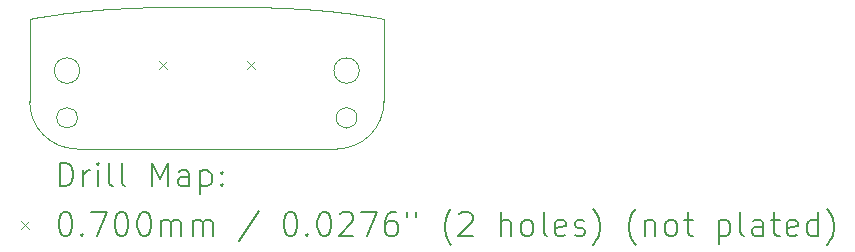
<source format=gbr>
%TF.GenerationSoftware,KiCad,Pcbnew,7.0.6*%
%TF.CreationDate,2023-11-30T13:43:51-08:00*%
%TF.ProjectId,UGC_USBC,5547435f-5553-4424-932e-6b696361645f,rev?*%
%TF.SameCoordinates,Original*%
%TF.FileFunction,Drillmap*%
%TF.FilePolarity,Positive*%
%FSLAX45Y45*%
G04 Gerber Fmt 4.5, Leading zero omitted, Abs format (unit mm)*
G04 Created by KiCad (PCBNEW 7.0.6) date 2023-11-30 13:43:51*
%MOMM*%
%LPD*%
G01*
G04 APERTURE LIST*
%ADD10C,0.100000*%
%ADD11C,0.200000*%
%ADD12C,0.070000*%
G04 APERTURE END LIST*
D10*
X23262791Y-14722825D02*
X23251231Y-14722606D01*
X23239664Y-14722396D01*
X23228091Y-14722196D01*
X23216512Y-14722005D01*
X23204927Y-14721823D01*
X23193338Y-14721650D01*
X23181743Y-14721485D01*
X23170144Y-14721330D01*
X23158542Y-14721182D01*
X23146936Y-14721043D01*
X23135327Y-14720912D01*
X23123715Y-14720789D01*
X23112102Y-14720674D01*
X23100486Y-14720566D01*
X23088870Y-14720465D01*
X23077252Y-14720372D01*
X23065635Y-14720285D01*
X23054017Y-14720206D01*
X23042400Y-14720133D01*
X23030784Y-14720067D01*
X23019169Y-14720006D01*
X23007556Y-14719953D01*
X22995945Y-14719905D01*
X22984337Y-14719862D01*
X22972732Y-14719826D01*
X22961131Y-14719795D01*
X22949533Y-14719769D01*
X22937940Y-14719748D01*
X22926352Y-14719732D01*
X22914768Y-14719721D01*
X22903191Y-14719715D01*
X22891620Y-14719712D01*
X23641462Y-14736654D02*
X23629674Y-14735993D01*
X23617882Y-14735349D01*
X23606085Y-14734721D01*
X23594286Y-14734110D01*
X23582482Y-14733515D01*
X23570675Y-14732936D01*
X23558864Y-14732373D01*
X23547049Y-14731825D01*
X23535232Y-14731293D01*
X23523411Y-14730776D01*
X23511587Y-14730274D01*
X23499761Y-14729787D01*
X23487931Y-14729314D01*
X23476099Y-14728856D01*
X23464264Y-14728412D01*
X23452427Y-14727982D01*
X23440587Y-14727565D01*
X23428745Y-14727162D01*
X23416902Y-14726773D01*
X23405056Y-14726396D01*
X23393208Y-14726033D01*
X23381358Y-14725682D01*
X23369507Y-14725343D01*
X23357654Y-14725017D01*
X23345800Y-14724703D01*
X23333944Y-14724401D01*
X23322088Y-14724110D01*
X23310230Y-14723831D01*
X23298371Y-14723563D01*
X23286512Y-14723307D01*
X23274652Y-14723061D01*
X23262791Y-14722825D01*
X24164109Y-14786773D02*
X24147776Y-14784477D01*
X24131486Y-14782237D01*
X24115235Y-14780054D01*
X24099019Y-14777924D01*
X24082834Y-14775849D01*
X24066675Y-14773826D01*
X24050538Y-14771855D01*
X24034418Y-14769935D01*
X24018311Y-14768065D01*
X24002214Y-14766244D01*
X23986120Y-14764470D01*
X23970027Y-14762744D01*
X23953929Y-14761064D01*
X23937823Y-14759429D01*
X23921703Y-14757839D01*
X23905567Y-14756292D01*
X23889408Y-14754787D01*
X23873224Y-14753323D01*
X23857009Y-14751900D01*
X23840759Y-14750517D01*
X23824470Y-14749172D01*
X23808138Y-14747865D01*
X23791758Y-14746594D01*
X23775325Y-14745359D01*
X23758836Y-14744159D01*
X23742286Y-14742993D01*
X23725670Y-14741860D01*
X23708985Y-14740759D01*
X23692226Y-14739688D01*
X23675389Y-14738648D01*
X23658469Y-14737637D01*
X23641462Y-14736654D01*
X24391620Y-14823854D02*
X24377402Y-14821264D01*
X24363194Y-14818711D01*
X24348994Y-14816194D01*
X24334800Y-14813715D01*
X24320609Y-14811272D01*
X24306419Y-14808866D01*
X24292228Y-14806496D01*
X24278034Y-14804162D01*
X24263834Y-14801864D01*
X24249627Y-14799602D01*
X24235411Y-14797376D01*
X24221183Y-14795185D01*
X24206941Y-14793029D01*
X24192683Y-14790909D01*
X24178406Y-14788823D01*
X24164109Y-14786773D01*
X24391620Y-15523854D02*
X24391620Y-14823854D01*
X23991620Y-15923854D02*
G75*
G03*
X24391620Y-15523854I0J400000D01*
G01*
X21791620Y-15923854D02*
X23991620Y-15923854D01*
X21391620Y-15523854D02*
G75*
G03*
X21791620Y-15923854I400000J0D01*
G01*
X21391620Y-14823854D02*
X21391620Y-15523854D01*
X22520449Y-14722825D02*
X22532009Y-14722606D01*
X22543575Y-14722396D01*
X22555149Y-14722196D01*
X22566728Y-14722005D01*
X22578312Y-14721823D01*
X22589902Y-14721650D01*
X22601497Y-14721485D01*
X22613096Y-14721330D01*
X22624698Y-14721182D01*
X22636304Y-14721043D01*
X22647913Y-14720912D01*
X22659525Y-14720789D01*
X22671138Y-14720674D01*
X22682754Y-14720566D01*
X22694370Y-14720465D01*
X22705987Y-14720372D01*
X22717605Y-14720285D01*
X22729223Y-14720206D01*
X22740840Y-14720133D01*
X22752456Y-14720067D01*
X22764071Y-14720006D01*
X22775684Y-14719953D01*
X22787295Y-14719905D01*
X22798903Y-14719862D01*
X22810508Y-14719826D01*
X22822109Y-14719795D01*
X22833707Y-14719769D01*
X22845300Y-14719748D01*
X22856888Y-14719732D01*
X22868471Y-14719721D01*
X22880049Y-14719715D01*
X22891620Y-14719712D01*
X22141778Y-14736654D02*
X22153566Y-14735993D01*
X22165358Y-14735349D01*
X22177154Y-14734721D01*
X22188954Y-14734110D01*
X22200758Y-14733515D01*
X22212565Y-14732936D01*
X22224376Y-14732373D01*
X22236190Y-14731825D01*
X22248008Y-14731293D01*
X22259829Y-14730776D01*
X22271652Y-14730274D01*
X22283479Y-14729787D01*
X22295309Y-14729314D01*
X22307141Y-14728856D01*
X22318976Y-14728412D01*
X22330813Y-14727982D01*
X22342653Y-14727565D01*
X22354494Y-14727162D01*
X22366338Y-14726773D01*
X22378184Y-14726396D01*
X22390032Y-14726033D01*
X22401882Y-14725682D01*
X22413733Y-14725343D01*
X22425586Y-14725017D01*
X22437440Y-14724703D01*
X22449295Y-14724401D01*
X22461152Y-14724110D01*
X22473010Y-14723831D01*
X22484868Y-14723563D01*
X22496728Y-14723307D01*
X22508588Y-14723061D01*
X22520449Y-14722825D01*
X21619131Y-14786773D02*
X21635464Y-14784477D01*
X21651754Y-14782237D01*
X21668005Y-14780054D01*
X21684221Y-14777924D01*
X21700406Y-14775849D01*
X21716565Y-14773826D01*
X21732702Y-14771855D01*
X21748822Y-14769935D01*
X21764929Y-14768065D01*
X21781026Y-14766244D01*
X21797120Y-14764470D01*
X21813213Y-14762744D01*
X21829311Y-14761064D01*
X21845417Y-14759429D01*
X21861536Y-14757839D01*
X21877673Y-14756292D01*
X21893832Y-14754787D01*
X21910016Y-14753323D01*
X21926231Y-14751900D01*
X21942481Y-14750517D01*
X21958770Y-14749172D01*
X21975102Y-14747865D01*
X21991482Y-14746594D01*
X22007915Y-14745359D01*
X22024404Y-14744159D01*
X22040954Y-14742993D01*
X22057569Y-14741860D01*
X22074254Y-14740759D01*
X22091014Y-14739688D01*
X22107851Y-14738648D01*
X22124771Y-14737637D01*
X22141778Y-14736654D01*
X21391620Y-14823854D02*
X21405838Y-14821264D01*
X21420045Y-14818711D01*
X21434246Y-14816194D01*
X21448440Y-14813715D01*
X21462631Y-14811272D01*
X21476821Y-14808866D01*
X21491012Y-14806496D01*
X21505206Y-14804162D01*
X21519406Y-14801864D01*
X21533612Y-14799602D01*
X21547829Y-14797376D01*
X21562057Y-14795185D01*
X21576299Y-14793029D01*
X21590557Y-14790909D01*
X21604834Y-14788823D01*
X21619131Y-14786773D01*
X21815834Y-15261240D02*
G75*
G03*
X21815834Y-15261240I-107500J0D01*
G01*
X21795834Y-15661240D02*
G75*
G03*
X21795834Y-15661240I-87500J0D01*
G01*
X24182406Y-15261240D02*
G75*
G03*
X24182406Y-15261240I-107500J0D01*
G01*
X24162406Y-15661240D02*
G75*
G03*
X24162406Y-15661240I-87500J0D01*
G01*
D11*
D12*
X22484118Y-15176240D02*
X22554118Y-15246240D01*
X22554118Y-15176240D02*
X22484118Y-15246240D01*
X23229118Y-15176240D02*
X23299118Y-15246240D01*
X23299118Y-15176240D02*
X23229118Y-15246240D01*
D11*
X21647397Y-16240338D02*
X21647397Y-16040338D01*
X21647397Y-16040338D02*
X21695016Y-16040338D01*
X21695016Y-16040338D02*
X21723587Y-16049862D01*
X21723587Y-16049862D02*
X21742635Y-16068909D01*
X21742635Y-16068909D02*
X21752159Y-16087957D01*
X21752159Y-16087957D02*
X21761683Y-16126052D01*
X21761683Y-16126052D02*
X21761683Y-16154623D01*
X21761683Y-16154623D02*
X21752159Y-16192719D01*
X21752159Y-16192719D02*
X21742635Y-16211766D01*
X21742635Y-16211766D02*
X21723587Y-16230814D01*
X21723587Y-16230814D02*
X21695016Y-16240338D01*
X21695016Y-16240338D02*
X21647397Y-16240338D01*
X21847397Y-16240338D02*
X21847397Y-16107004D01*
X21847397Y-16145100D02*
X21856921Y-16126052D01*
X21856921Y-16126052D02*
X21866444Y-16116528D01*
X21866444Y-16116528D02*
X21885492Y-16107004D01*
X21885492Y-16107004D02*
X21904540Y-16107004D01*
X21971206Y-16240338D02*
X21971206Y-16107004D01*
X21971206Y-16040338D02*
X21961683Y-16049862D01*
X21961683Y-16049862D02*
X21971206Y-16059385D01*
X21971206Y-16059385D02*
X21980730Y-16049862D01*
X21980730Y-16049862D02*
X21971206Y-16040338D01*
X21971206Y-16040338D02*
X21971206Y-16059385D01*
X22095016Y-16240338D02*
X22075968Y-16230814D01*
X22075968Y-16230814D02*
X22066444Y-16211766D01*
X22066444Y-16211766D02*
X22066444Y-16040338D01*
X22199778Y-16240338D02*
X22180730Y-16230814D01*
X22180730Y-16230814D02*
X22171206Y-16211766D01*
X22171206Y-16211766D02*
X22171206Y-16040338D01*
X22428349Y-16240338D02*
X22428349Y-16040338D01*
X22428349Y-16040338D02*
X22495016Y-16183195D01*
X22495016Y-16183195D02*
X22561682Y-16040338D01*
X22561682Y-16040338D02*
X22561682Y-16240338D01*
X22742635Y-16240338D02*
X22742635Y-16135576D01*
X22742635Y-16135576D02*
X22733111Y-16116528D01*
X22733111Y-16116528D02*
X22714063Y-16107004D01*
X22714063Y-16107004D02*
X22675968Y-16107004D01*
X22675968Y-16107004D02*
X22656921Y-16116528D01*
X22742635Y-16230814D02*
X22723587Y-16240338D01*
X22723587Y-16240338D02*
X22675968Y-16240338D01*
X22675968Y-16240338D02*
X22656921Y-16230814D01*
X22656921Y-16230814D02*
X22647397Y-16211766D01*
X22647397Y-16211766D02*
X22647397Y-16192719D01*
X22647397Y-16192719D02*
X22656921Y-16173671D01*
X22656921Y-16173671D02*
X22675968Y-16164147D01*
X22675968Y-16164147D02*
X22723587Y-16164147D01*
X22723587Y-16164147D02*
X22742635Y-16154623D01*
X22837873Y-16107004D02*
X22837873Y-16307004D01*
X22837873Y-16116528D02*
X22856921Y-16107004D01*
X22856921Y-16107004D02*
X22895016Y-16107004D01*
X22895016Y-16107004D02*
X22914063Y-16116528D01*
X22914063Y-16116528D02*
X22923587Y-16126052D01*
X22923587Y-16126052D02*
X22933111Y-16145100D01*
X22933111Y-16145100D02*
X22933111Y-16202242D01*
X22933111Y-16202242D02*
X22923587Y-16221290D01*
X22923587Y-16221290D02*
X22914063Y-16230814D01*
X22914063Y-16230814D02*
X22895016Y-16240338D01*
X22895016Y-16240338D02*
X22856921Y-16240338D01*
X22856921Y-16240338D02*
X22837873Y-16230814D01*
X23018825Y-16221290D02*
X23028349Y-16230814D01*
X23028349Y-16230814D02*
X23018825Y-16240338D01*
X23018825Y-16240338D02*
X23009302Y-16230814D01*
X23009302Y-16230814D02*
X23018825Y-16221290D01*
X23018825Y-16221290D02*
X23018825Y-16240338D01*
X23018825Y-16116528D02*
X23028349Y-16126052D01*
X23028349Y-16126052D02*
X23018825Y-16135576D01*
X23018825Y-16135576D02*
X23009302Y-16126052D01*
X23009302Y-16126052D02*
X23018825Y-16116528D01*
X23018825Y-16116528D02*
X23018825Y-16135576D01*
D12*
X21316620Y-16533854D02*
X21386620Y-16603854D01*
X21386620Y-16533854D02*
X21316620Y-16603854D01*
D11*
X21685492Y-16460338D02*
X21704540Y-16460338D01*
X21704540Y-16460338D02*
X21723587Y-16469862D01*
X21723587Y-16469862D02*
X21733111Y-16479385D01*
X21733111Y-16479385D02*
X21742635Y-16498433D01*
X21742635Y-16498433D02*
X21752159Y-16536528D01*
X21752159Y-16536528D02*
X21752159Y-16584147D01*
X21752159Y-16584147D02*
X21742635Y-16622242D01*
X21742635Y-16622242D02*
X21733111Y-16641290D01*
X21733111Y-16641290D02*
X21723587Y-16650814D01*
X21723587Y-16650814D02*
X21704540Y-16660338D01*
X21704540Y-16660338D02*
X21685492Y-16660338D01*
X21685492Y-16660338D02*
X21666444Y-16650814D01*
X21666444Y-16650814D02*
X21656921Y-16641290D01*
X21656921Y-16641290D02*
X21647397Y-16622242D01*
X21647397Y-16622242D02*
X21637873Y-16584147D01*
X21637873Y-16584147D02*
X21637873Y-16536528D01*
X21637873Y-16536528D02*
X21647397Y-16498433D01*
X21647397Y-16498433D02*
X21656921Y-16479385D01*
X21656921Y-16479385D02*
X21666444Y-16469862D01*
X21666444Y-16469862D02*
X21685492Y-16460338D01*
X21837873Y-16641290D02*
X21847397Y-16650814D01*
X21847397Y-16650814D02*
X21837873Y-16660338D01*
X21837873Y-16660338D02*
X21828349Y-16650814D01*
X21828349Y-16650814D02*
X21837873Y-16641290D01*
X21837873Y-16641290D02*
X21837873Y-16660338D01*
X21914064Y-16460338D02*
X22047397Y-16460338D01*
X22047397Y-16460338D02*
X21961683Y-16660338D01*
X22161683Y-16460338D02*
X22180730Y-16460338D01*
X22180730Y-16460338D02*
X22199778Y-16469862D01*
X22199778Y-16469862D02*
X22209302Y-16479385D01*
X22209302Y-16479385D02*
X22218825Y-16498433D01*
X22218825Y-16498433D02*
X22228349Y-16536528D01*
X22228349Y-16536528D02*
X22228349Y-16584147D01*
X22228349Y-16584147D02*
X22218825Y-16622242D01*
X22218825Y-16622242D02*
X22209302Y-16641290D01*
X22209302Y-16641290D02*
X22199778Y-16650814D01*
X22199778Y-16650814D02*
X22180730Y-16660338D01*
X22180730Y-16660338D02*
X22161683Y-16660338D01*
X22161683Y-16660338D02*
X22142635Y-16650814D01*
X22142635Y-16650814D02*
X22133111Y-16641290D01*
X22133111Y-16641290D02*
X22123587Y-16622242D01*
X22123587Y-16622242D02*
X22114064Y-16584147D01*
X22114064Y-16584147D02*
X22114064Y-16536528D01*
X22114064Y-16536528D02*
X22123587Y-16498433D01*
X22123587Y-16498433D02*
X22133111Y-16479385D01*
X22133111Y-16479385D02*
X22142635Y-16469862D01*
X22142635Y-16469862D02*
X22161683Y-16460338D01*
X22352159Y-16460338D02*
X22371206Y-16460338D01*
X22371206Y-16460338D02*
X22390254Y-16469862D01*
X22390254Y-16469862D02*
X22399778Y-16479385D01*
X22399778Y-16479385D02*
X22409302Y-16498433D01*
X22409302Y-16498433D02*
X22418825Y-16536528D01*
X22418825Y-16536528D02*
X22418825Y-16584147D01*
X22418825Y-16584147D02*
X22409302Y-16622242D01*
X22409302Y-16622242D02*
X22399778Y-16641290D01*
X22399778Y-16641290D02*
X22390254Y-16650814D01*
X22390254Y-16650814D02*
X22371206Y-16660338D01*
X22371206Y-16660338D02*
X22352159Y-16660338D01*
X22352159Y-16660338D02*
X22333111Y-16650814D01*
X22333111Y-16650814D02*
X22323587Y-16641290D01*
X22323587Y-16641290D02*
X22314064Y-16622242D01*
X22314064Y-16622242D02*
X22304540Y-16584147D01*
X22304540Y-16584147D02*
X22304540Y-16536528D01*
X22304540Y-16536528D02*
X22314064Y-16498433D01*
X22314064Y-16498433D02*
X22323587Y-16479385D01*
X22323587Y-16479385D02*
X22333111Y-16469862D01*
X22333111Y-16469862D02*
X22352159Y-16460338D01*
X22504540Y-16660338D02*
X22504540Y-16527004D01*
X22504540Y-16546052D02*
X22514063Y-16536528D01*
X22514063Y-16536528D02*
X22533111Y-16527004D01*
X22533111Y-16527004D02*
X22561683Y-16527004D01*
X22561683Y-16527004D02*
X22580730Y-16536528D01*
X22580730Y-16536528D02*
X22590254Y-16555576D01*
X22590254Y-16555576D02*
X22590254Y-16660338D01*
X22590254Y-16555576D02*
X22599778Y-16536528D01*
X22599778Y-16536528D02*
X22618825Y-16527004D01*
X22618825Y-16527004D02*
X22647397Y-16527004D01*
X22647397Y-16527004D02*
X22666444Y-16536528D01*
X22666444Y-16536528D02*
X22675968Y-16555576D01*
X22675968Y-16555576D02*
X22675968Y-16660338D01*
X22771206Y-16660338D02*
X22771206Y-16527004D01*
X22771206Y-16546052D02*
X22780730Y-16536528D01*
X22780730Y-16536528D02*
X22799778Y-16527004D01*
X22799778Y-16527004D02*
X22828349Y-16527004D01*
X22828349Y-16527004D02*
X22847397Y-16536528D01*
X22847397Y-16536528D02*
X22856921Y-16555576D01*
X22856921Y-16555576D02*
X22856921Y-16660338D01*
X22856921Y-16555576D02*
X22866444Y-16536528D01*
X22866444Y-16536528D02*
X22885492Y-16527004D01*
X22885492Y-16527004D02*
X22914063Y-16527004D01*
X22914063Y-16527004D02*
X22933111Y-16536528D01*
X22933111Y-16536528D02*
X22942635Y-16555576D01*
X22942635Y-16555576D02*
X22942635Y-16660338D01*
X23333111Y-16450814D02*
X23161683Y-16707957D01*
X23590254Y-16460338D02*
X23609302Y-16460338D01*
X23609302Y-16460338D02*
X23628349Y-16469862D01*
X23628349Y-16469862D02*
X23637873Y-16479385D01*
X23637873Y-16479385D02*
X23647397Y-16498433D01*
X23647397Y-16498433D02*
X23656921Y-16536528D01*
X23656921Y-16536528D02*
X23656921Y-16584147D01*
X23656921Y-16584147D02*
X23647397Y-16622242D01*
X23647397Y-16622242D02*
X23637873Y-16641290D01*
X23637873Y-16641290D02*
X23628349Y-16650814D01*
X23628349Y-16650814D02*
X23609302Y-16660338D01*
X23609302Y-16660338D02*
X23590254Y-16660338D01*
X23590254Y-16660338D02*
X23571206Y-16650814D01*
X23571206Y-16650814D02*
X23561683Y-16641290D01*
X23561683Y-16641290D02*
X23552159Y-16622242D01*
X23552159Y-16622242D02*
X23542635Y-16584147D01*
X23542635Y-16584147D02*
X23542635Y-16536528D01*
X23542635Y-16536528D02*
X23552159Y-16498433D01*
X23552159Y-16498433D02*
X23561683Y-16479385D01*
X23561683Y-16479385D02*
X23571206Y-16469862D01*
X23571206Y-16469862D02*
X23590254Y-16460338D01*
X23742635Y-16641290D02*
X23752159Y-16650814D01*
X23752159Y-16650814D02*
X23742635Y-16660338D01*
X23742635Y-16660338D02*
X23733111Y-16650814D01*
X23733111Y-16650814D02*
X23742635Y-16641290D01*
X23742635Y-16641290D02*
X23742635Y-16660338D01*
X23875968Y-16460338D02*
X23895016Y-16460338D01*
X23895016Y-16460338D02*
X23914064Y-16469862D01*
X23914064Y-16469862D02*
X23923587Y-16479385D01*
X23923587Y-16479385D02*
X23933111Y-16498433D01*
X23933111Y-16498433D02*
X23942635Y-16536528D01*
X23942635Y-16536528D02*
X23942635Y-16584147D01*
X23942635Y-16584147D02*
X23933111Y-16622242D01*
X23933111Y-16622242D02*
X23923587Y-16641290D01*
X23923587Y-16641290D02*
X23914064Y-16650814D01*
X23914064Y-16650814D02*
X23895016Y-16660338D01*
X23895016Y-16660338D02*
X23875968Y-16660338D01*
X23875968Y-16660338D02*
X23856921Y-16650814D01*
X23856921Y-16650814D02*
X23847397Y-16641290D01*
X23847397Y-16641290D02*
X23837873Y-16622242D01*
X23837873Y-16622242D02*
X23828349Y-16584147D01*
X23828349Y-16584147D02*
X23828349Y-16536528D01*
X23828349Y-16536528D02*
X23837873Y-16498433D01*
X23837873Y-16498433D02*
X23847397Y-16479385D01*
X23847397Y-16479385D02*
X23856921Y-16469862D01*
X23856921Y-16469862D02*
X23875968Y-16460338D01*
X24018826Y-16479385D02*
X24028349Y-16469862D01*
X24028349Y-16469862D02*
X24047397Y-16460338D01*
X24047397Y-16460338D02*
X24095016Y-16460338D01*
X24095016Y-16460338D02*
X24114064Y-16469862D01*
X24114064Y-16469862D02*
X24123587Y-16479385D01*
X24123587Y-16479385D02*
X24133111Y-16498433D01*
X24133111Y-16498433D02*
X24133111Y-16517481D01*
X24133111Y-16517481D02*
X24123587Y-16546052D01*
X24123587Y-16546052D02*
X24009302Y-16660338D01*
X24009302Y-16660338D02*
X24133111Y-16660338D01*
X24199778Y-16460338D02*
X24333111Y-16460338D01*
X24333111Y-16460338D02*
X24247397Y-16660338D01*
X24495016Y-16460338D02*
X24456921Y-16460338D01*
X24456921Y-16460338D02*
X24437873Y-16469862D01*
X24437873Y-16469862D02*
X24428349Y-16479385D01*
X24428349Y-16479385D02*
X24409302Y-16507957D01*
X24409302Y-16507957D02*
X24399778Y-16546052D01*
X24399778Y-16546052D02*
X24399778Y-16622242D01*
X24399778Y-16622242D02*
X24409302Y-16641290D01*
X24409302Y-16641290D02*
X24418826Y-16650814D01*
X24418826Y-16650814D02*
X24437873Y-16660338D01*
X24437873Y-16660338D02*
X24475968Y-16660338D01*
X24475968Y-16660338D02*
X24495016Y-16650814D01*
X24495016Y-16650814D02*
X24504540Y-16641290D01*
X24504540Y-16641290D02*
X24514064Y-16622242D01*
X24514064Y-16622242D02*
X24514064Y-16574623D01*
X24514064Y-16574623D02*
X24504540Y-16555576D01*
X24504540Y-16555576D02*
X24495016Y-16546052D01*
X24495016Y-16546052D02*
X24475968Y-16536528D01*
X24475968Y-16536528D02*
X24437873Y-16536528D01*
X24437873Y-16536528D02*
X24418826Y-16546052D01*
X24418826Y-16546052D02*
X24409302Y-16555576D01*
X24409302Y-16555576D02*
X24399778Y-16574623D01*
X24590254Y-16460338D02*
X24590254Y-16498433D01*
X24666445Y-16460338D02*
X24666445Y-16498433D01*
X24961683Y-16736528D02*
X24952159Y-16727004D01*
X24952159Y-16727004D02*
X24933111Y-16698433D01*
X24933111Y-16698433D02*
X24923588Y-16679385D01*
X24923588Y-16679385D02*
X24914064Y-16650814D01*
X24914064Y-16650814D02*
X24904540Y-16603195D01*
X24904540Y-16603195D02*
X24904540Y-16565100D01*
X24904540Y-16565100D02*
X24914064Y-16517481D01*
X24914064Y-16517481D02*
X24923588Y-16488909D01*
X24923588Y-16488909D02*
X24933111Y-16469862D01*
X24933111Y-16469862D02*
X24952159Y-16441290D01*
X24952159Y-16441290D02*
X24961683Y-16431766D01*
X25028349Y-16479385D02*
X25037873Y-16469862D01*
X25037873Y-16469862D02*
X25056921Y-16460338D01*
X25056921Y-16460338D02*
X25104540Y-16460338D01*
X25104540Y-16460338D02*
X25123588Y-16469862D01*
X25123588Y-16469862D02*
X25133111Y-16479385D01*
X25133111Y-16479385D02*
X25142635Y-16498433D01*
X25142635Y-16498433D02*
X25142635Y-16517481D01*
X25142635Y-16517481D02*
X25133111Y-16546052D01*
X25133111Y-16546052D02*
X25018826Y-16660338D01*
X25018826Y-16660338D02*
X25142635Y-16660338D01*
X25380730Y-16660338D02*
X25380730Y-16460338D01*
X25466445Y-16660338D02*
X25466445Y-16555576D01*
X25466445Y-16555576D02*
X25456921Y-16536528D01*
X25456921Y-16536528D02*
X25437873Y-16527004D01*
X25437873Y-16527004D02*
X25409302Y-16527004D01*
X25409302Y-16527004D02*
X25390254Y-16536528D01*
X25390254Y-16536528D02*
X25380730Y-16546052D01*
X25590254Y-16660338D02*
X25571207Y-16650814D01*
X25571207Y-16650814D02*
X25561683Y-16641290D01*
X25561683Y-16641290D02*
X25552159Y-16622242D01*
X25552159Y-16622242D02*
X25552159Y-16565100D01*
X25552159Y-16565100D02*
X25561683Y-16546052D01*
X25561683Y-16546052D02*
X25571207Y-16536528D01*
X25571207Y-16536528D02*
X25590254Y-16527004D01*
X25590254Y-16527004D02*
X25618826Y-16527004D01*
X25618826Y-16527004D02*
X25637873Y-16536528D01*
X25637873Y-16536528D02*
X25647397Y-16546052D01*
X25647397Y-16546052D02*
X25656921Y-16565100D01*
X25656921Y-16565100D02*
X25656921Y-16622242D01*
X25656921Y-16622242D02*
X25647397Y-16641290D01*
X25647397Y-16641290D02*
X25637873Y-16650814D01*
X25637873Y-16650814D02*
X25618826Y-16660338D01*
X25618826Y-16660338D02*
X25590254Y-16660338D01*
X25771207Y-16660338D02*
X25752159Y-16650814D01*
X25752159Y-16650814D02*
X25742635Y-16631766D01*
X25742635Y-16631766D02*
X25742635Y-16460338D01*
X25923588Y-16650814D02*
X25904540Y-16660338D01*
X25904540Y-16660338D02*
X25866445Y-16660338D01*
X25866445Y-16660338D02*
X25847397Y-16650814D01*
X25847397Y-16650814D02*
X25837873Y-16631766D01*
X25837873Y-16631766D02*
X25837873Y-16555576D01*
X25837873Y-16555576D02*
X25847397Y-16536528D01*
X25847397Y-16536528D02*
X25866445Y-16527004D01*
X25866445Y-16527004D02*
X25904540Y-16527004D01*
X25904540Y-16527004D02*
X25923588Y-16536528D01*
X25923588Y-16536528D02*
X25933111Y-16555576D01*
X25933111Y-16555576D02*
X25933111Y-16574623D01*
X25933111Y-16574623D02*
X25837873Y-16593671D01*
X26009302Y-16650814D02*
X26028350Y-16660338D01*
X26028350Y-16660338D02*
X26066445Y-16660338D01*
X26066445Y-16660338D02*
X26085492Y-16650814D01*
X26085492Y-16650814D02*
X26095016Y-16631766D01*
X26095016Y-16631766D02*
X26095016Y-16622242D01*
X26095016Y-16622242D02*
X26085492Y-16603195D01*
X26085492Y-16603195D02*
X26066445Y-16593671D01*
X26066445Y-16593671D02*
X26037873Y-16593671D01*
X26037873Y-16593671D02*
X26018826Y-16584147D01*
X26018826Y-16584147D02*
X26009302Y-16565100D01*
X26009302Y-16565100D02*
X26009302Y-16555576D01*
X26009302Y-16555576D02*
X26018826Y-16536528D01*
X26018826Y-16536528D02*
X26037873Y-16527004D01*
X26037873Y-16527004D02*
X26066445Y-16527004D01*
X26066445Y-16527004D02*
X26085492Y-16536528D01*
X26161683Y-16736528D02*
X26171207Y-16727004D01*
X26171207Y-16727004D02*
X26190254Y-16698433D01*
X26190254Y-16698433D02*
X26199778Y-16679385D01*
X26199778Y-16679385D02*
X26209302Y-16650814D01*
X26209302Y-16650814D02*
X26218826Y-16603195D01*
X26218826Y-16603195D02*
X26218826Y-16565100D01*
X26218826Y-16565100D02*
X26209302Y-16517481D01*
X26209302Y-16517481D02*
X26199778Y-16488909D01*
X26199778Y-16488909D02*
X26190254Y-16469862D01*
X26190254Y-16469862D02*
X26171207Y-16441290D01*
X26171207Y-16441290D02*
X26161683Y-16431766D01*
X26523588Y-16736528D02*
X26514064Y-16727004D01*
X26514064Y-16727004D02*
X26495016Y-16698433D01*
X26495016Y-16698433D02*
X26485492Y-16679385D01*
X26485492Y-16679385D02*
X26475969Y-16650814D01*
X26475969Y-16650814D02*
X26466445Y-16603195D01*
X26466445Y-16603195D02*
X26466445Y-16565100D01*
X26466445Y-16565100D02*
X26475969Y-16517481D01*
X26475969Y-16517481D02*
X26485492Y-16488909D01*
X26485492Y-16488909D02*
X26495016Y-16469862D01*
X26495016Y-16469862D02*
X26514064Y-16441290D01*
X26514064Y-16441290D02*
X26523588Y-16431766D01*
X26599778Y-16527004D02*
X26599778Y-16660338D01*
X26599778Y-16546052D02*
X26609302Y-16536528D01*
X26609302Y-16536528D02*
X26628350Y-16527004D01*
X26628350Y-16527004D02*
X26656921Y-16527004D01*
X26656921Y-16527004D02*
X26675969Y-16536528D01*
X26675969Y-16536528D02*
X26685492Y-16555576D01*
X26685492Y-16555576D02*
X26685492Y-16660338D01*
X26809302Y-16660338D02*
X26790254Y-16650814D01*
X26790254Y-16650814D02*
X26780731Y-16641290D01*
X26780731Y-16641290D02*
X26771207Y-16622242D01*
X26771207Y-16622242D02*
X26771207Y-16565100D01*
X26771207Y-16565100D02*
X26780731Y-16546052D01*
X26780731Y-16546052D02*
X26790254Y-16536528D01*
X26790254Y-16536528D02*
X26809302Y-16527004D01*
X26809302Y-16527004D02*
X26837873Y-16527004D01*
X26837873Y-16527004D02*
X26856921Y-16536528D01*
X26856921Y-16536528D02*
X26866445Y-16546052D01*
X26866445Y-16546052D02*
X26875969Y-16565100D01*
X26875969Y-16565100D02*
X26875969Y-16622242D01*
X26875969Y-16622242D02*
X26866445Y-16641290D01*
X26866445Y-16641290D02*
X26856921Y-16650814D01*
X26856921Y-16650814D02*
X26837873Y-16660338D01*
X26837873Y-16660338D02*
X26809302Y-16660338D01*
X26933112Y-16527004D02*
X27009302Y-16527004D01*
X26961683Y-16460338D02*
X26961683Y-16631766D01*
X26961683Y-16631766D02*
X26971207Y-16650814D01*
X26971207Y-16650814D02*
X26990254Y-16660338D01*
X26990254Y-16660338D02*
X27009302Y-16660338D01*
X27228350Y-16527004D02*
X27228350Y-16727004D01*
X27228350Y-16536528D02*
X27247397Y-16527004D01*
X27247397Y-16527004D02*
X27285493Y-16527004D01*
X27285493Y-16527004D02*
X27304540Y-16536528D01*
X27304540Y-16536528D02*
X27314064Y-16546052D01*
X27314064Y-16546052D02*
X27323588Y-16565100D01*
X27323588Y-16565100D02*
X27323588Y-16622242D01*
X27323588Y-16622242D02*
X27314064Y-16641290D01*
X27314064Y-16641290D02*
X27304540Y-16650814D01*
X27304540Y-16650814D02*
X27285493Y-16660338D01*
X27285493Y-16660338D02*
X27247397Y-16660338D01*
X27247397Y-16660338D02*
X27228350Y-16650814D01*
X27437873Y-16660338D02*
X27418826Y-16650814D01*
X27418826Y-16650814D02*
X27409302Y-16631766D01*
X27409302Y-16631766D02*
X27409302Y-16460338D01*
X27599778Y-16660338D02*
X27599778Y-16555576D01*
X27599778Y-16555576D02*
X27590254Y-16536528D01*
X27590254Y-16536528D02*
X27571207Y-16527004D01*
X27571207Y-16527004D02*
X27533112Y-16527004D01*
X27533112Y-16527004D02*
X27514064Y-16536528D01*
X27599778Y-16650814D02*
X27580731Y-16660338D01*
X27580731Y-16660338D02*
X27533112Y-16660338D01*
X27533112Y-16660338D02*
X27514064Y-16650814D01*
X27514064Y-16650814D02*
X27504540Y-16631766D01*
X27504540Y-16631766D02*
X27504540Y-16612719D01*
X27504540Y-16612719D02*
X27514064Y-16593671D01*
X27514064Y-16593671D02*
X27533112Y-16584147D01*
X27533112Y-16584147D02*
X27580731Y-16584147D01*
X27580731Y-16584147D02*
X27599778Y-16574623D01*
X27666445Y-16527004D02*
X27742635Y-16527004D01*
X27695016Y-16460338D02*
X27695016Y-16631766D01*
X27695016Y-16631766D02*
X27704540Y-16650814D01*
X27704540Y-16650814D02*
X27723588Y-16660338D01*
X27723588Y-16660338D02*
X27742635Y-16660338D01*
X27885493Y-16650814D02*
X27866445Y-16660338D01*
X27866445Y-16660338D02*
X27828350Y-16660338D01*
X27828350Y-16660338D02*
X27809302Y-16650814D01*
X27809302Y-16650814D02*
X27799778Y-16631766D01*
X27799778Y-16631766D02*
X27799778Y-16555576D01*
X27799778Y-16555576D02*
X27809302Y-16536528D01*
X27809302Y-16536528D02*
X27828350Y-16527004D01*
X27828350Y-16527004D02*
X27866445Y-16527004D01*
X27866445Y-16527004D02*
X27885493Y-16536528D01*
X27885493Y-16536528D02*
X27895016Y-16555576D01*
X27895016Y-16555576D02*
X27895016Y-16574623D01*
X27895016Y-16574623D02*
X27799778Y-16593671D01*
X28066445Y-16660338D02*
X28066445Y-16460338D01*
X28066445Y-16650814D02*
X28047397Y-16660338D01*
X28047397Y-16660338D02*
X28009302Y-16660338D01*
X28009302Y-16660338D02*
X27990254Y-16650814D01*
X27990254Y-16650814D02*
X27980731Y-16641290D01*
X27980731Y-16641290D02*
X27971207Y-16622242D01*
X27971207Y-16622242D02*
X27971207Y-16565100D01*
X27971207Y-16565100D02*
X27980731Y-16546052D01*
X27980731Y-16546052D02*
X27990254Y-16536528D01*
X27990254Y-16536528D02*
X28009302Y-16527004D01*
X28009302Y-16527004D02*
X28047397Y-16527004D01*
X28047397Y-16527004D02*
X28066445Y-16536528D01*
X28142635Y-16736528D02*
X28152159Y-16727004D01*
X28152159Y-16727004D02*
X28171207Y-16698433D01*
X28171207Y-16698433D02*
X28180731Y-16679385D01*
X28180731Y-16679385D02*
X28190254Y-16650814D01*
X28190254Y-16650814D02*
X28199778Y-16603195D01*
X28199778Y-16603195D02*
X28199778Y-16565100D01*
X28199778Y-16565100D02*
X28190254Y-16517481D01*
X28190254Y-16517481D02*
X28180731Y-16488909D01*
X28180731Y-16488909D02*
X28171207Y-16469862D01*
X28171207Y-16469862D02*
X28152159Y-16441290D01*
X28152159Y-16441290D02*
X28142635Y-16431766D01*
M02*

</source>
